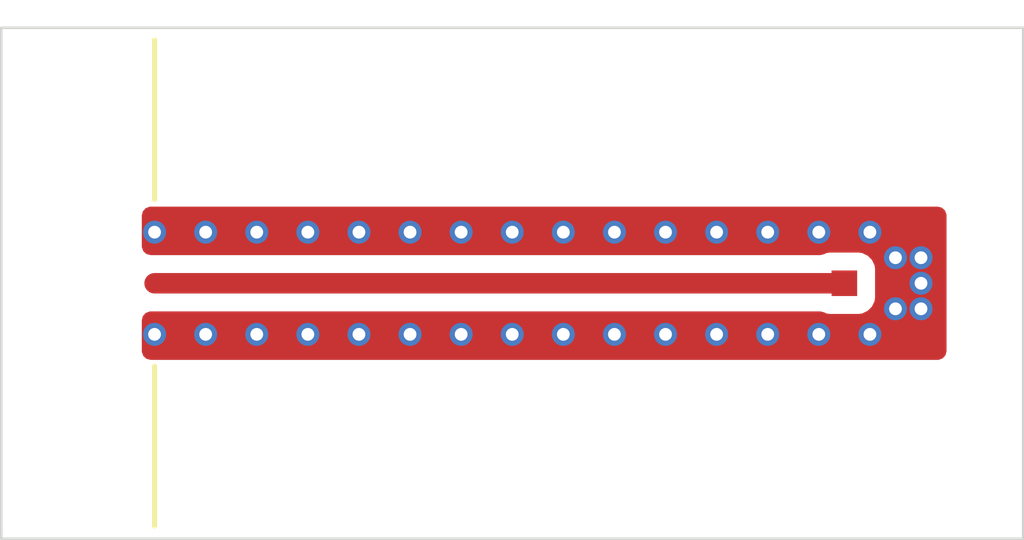
<source format=kicad_pcb>
(kicad_pcb (version 20240108) (generator "pcbnew") (generator_version "8.0")
  (layers (0 "F.Cu" signal) (1 "In1.Cu" signal) (2 "In2.Cu" signal) (31 "B.Cu" signal) (34 "B.Paste" user) (35 "F.Paste" user) (36 "B.SilkS" user "B.Silkscreen") (37 "F.SilkS" user "F.Silkscreen") (38 "B.Mask" user) (39 "F.Mask" user) (44 "Edge.Cuts" user))
  (net 0 "")
  (net 1 "/GND")
  (net 2 "/VIN")
  (footprint "azonenberg_pcb:EIA_0402_RES_NOSILK" (layer "F.Cu") (at 59 30)
    (property "Reference" "R1" (hide yes))
    (property "Value" "49.9" (hide yes))
    (pad "1" smd rect (at -0.499999 0) (size 0.5 0.5) (layers "F.Cu" "F.Paste" "F.Mask") (net 2 "/VIN"))
    (pad "2" smd rect (at 0.499999 0) (size 0.5 0.5) (layers "F.Cu" "F.Paste" "F.Mask") (net 1 "/GND"))
  )
  (gr_line (start 45 25.2375) (end 45 28.3625) (stroke (width 0.1)) (layer "F.SilkS"))
  (gr_line (start 45 31.625) (end 45 34.75) (stroke (width 0.1)) (layer "F.SilkS"))
  (gr_rect (start 42 25) (end 62 35) (stroke (width 0.05)) (fill none) (layer "Edge.Cuts"))
  (segment (start 59.499999 29.500001) (end 59.5 29.5) (width 0.15) (layer "F.Cu") (net 1))
  (segment (start 59.499999 30) (end 59.499999 29.500001) (width 0.15) (layer "F.Cu") (net 1))
  (via (at 51 31) (size 0.45) (drill 0.25) (layers "F.Cu" "B.Cu") (net 1))
  (via (at 59.5 29.5) (size 0.45) (drill 0.25) (layers "F.Cu" "B.Cu") (net 1))
  (via (at 46 29) (size 0.45) (drill 0.25) (layers "F.Cu" "B.Cu") (net 1))
  (via (at 45 29) (size 0.45) (drill 0.25) (layers "F.Cu" "B.Cu") (net 1))
  (via (at 50 29) (size 0.45) (drill 0.25) (layers "F.Cu" "B.Cu") (net 1))
  (via (at 55 29) (size 0.45) (drill 0.25) (layers "F.Cu" "B.Cu") (net 1))
  (via (at 47 29) (size 0.45) (drill 0.25) (layers "F.Cu" "B.Cu") (net 1))
  (via (at 46 31) (size 0.45) (drill 0.25) (layers "F.Cu" "B.Cu") (net 1))
  (via (at 56 31) (size 0.45) (drill 0.25) (layers "F.Cu" "B.Cu") (net 1))
  (via (at 45 31) (size 0.45) (drill 0.25) (layers "F.Cu" "B.Cu") (net 1))
  (via (at 52 29) (size 0.45) (drill 0.25) (layers "F.Cu" "B.Cu") (net 1))
  (via (at 52 31) (size 0.45) (drill 0.25) (layers "F.Cu" "B.Cu") (net 1))
  (via (at 57 31) (size 0.45) (drill 0.25) (layers "F.Cu" "B.Cu") (net 1))
  (via (at 60 30) (size 0.45) (drill 0.25) (layers "F.Cu" "B.Cu") (net 1))
  (via (at 60 30.5) (size 0.45) (drill 0.25) (layers "F.Cu" "B.Cu") (net 1))
  (via (at 57 29) (size 0.45) (drill 0.25) (layers "F.Cu" "B.Cu") (net 1))
  (via (at 58 31) (size 0.45) (drill 0.25) (layers "F.Cu" "B.Cu") (net 1))
  (via (at 59.5 30.5) (size 0.45) (drill 0.25) (layers "F.Cu" "B.Cu") (net 1))
  (via (at 53 31) (size 0.45) (drill 0.25) (layers "F.Cu" "B.Cu") (net 1))
  (via (at 59 29) (size 0.45) (drill 0.25) (layers "F.Cu" "B.Cu") (net 1))
  (via (at 53 29) (size 0.45) (drill 0.25) (layers "F.Cu" "B.Cu") (net 1))
  (via (at 58 29) (size 0.45) (drill 0.25) (layers "F.Cu" "B.Cu") (net 1))
  (via (at 54 29) (size 0.45) (drill 0.25) (layers "F.Cu" "B.Cu") (net 1))
  (via (at 49 31) (size 0.45) (drill 0.25) (layers "F.Cu" "B.Cu") (net 1))
  (via (at 48 29) (size 0.45) (drill 0.25) (layers "F.Cu" "B.Cu") (net 1))
  (via (at 51 29) (size 0.45) (drill 0.25) (layers "F.Cu" "B.Cu") (net 1))
  (via (at 59 31) (size 0.45) (drill 0.25) (layers "F.Cu" "B.Cu") (net 1))
  (via (at 48 31) (size 0.45) (drill 0.25) (layers "F.Cu" "B.Cu") (net 1))
  (via (at 50 31) (size 0.45) (drill 0.25) (layers "F.Cu" "B.Cu") (net 1))
  (via (at 60 29.5) (size 0.45) (drill 0.25) (layers "F.Cu" "B.Cu") (net 1))
  (via (at 54 31) (size 0.45) (drill 0.25) (layers "F.Cu" "B.Cu") (net 1))
  (via (at 55 31) (size 0.45) (drill 0.25) (layers "F.Cu" "B.Cu") (net 1))
  (via (at 49 29) (size 0.45) (drill 0.25) (layers "F.Cu" "B.Cu") (net 1))
  (via (at 56 29) (size 0.45) (drill 0.25) (layers "F.Cu" "B.Cu") (net 1))
  (via (at 47 31) (size 0.45) (drill 0.25) (layers "F.Cu" "B.Cu") (net 1))
  (segment (start 45 30) (end 58.500001 30) (width 0.4) (layer "F.Cu") (net 2))
  (zone (net 1) (net_name "/GND") (layer "F.Cu") (priority 1) (connect_pads yes (clearance 0.35)) (min_thickness 0.35) (fill yes (thermal_gap 0.5) (thermal_bridge_width 0.5))
    (polygon (pts (xy 44.75 28.5) (xy 44.75 31.5) (xy 60.5 31.5) (xy 60.5 28.5)))
  )
)
</source>
